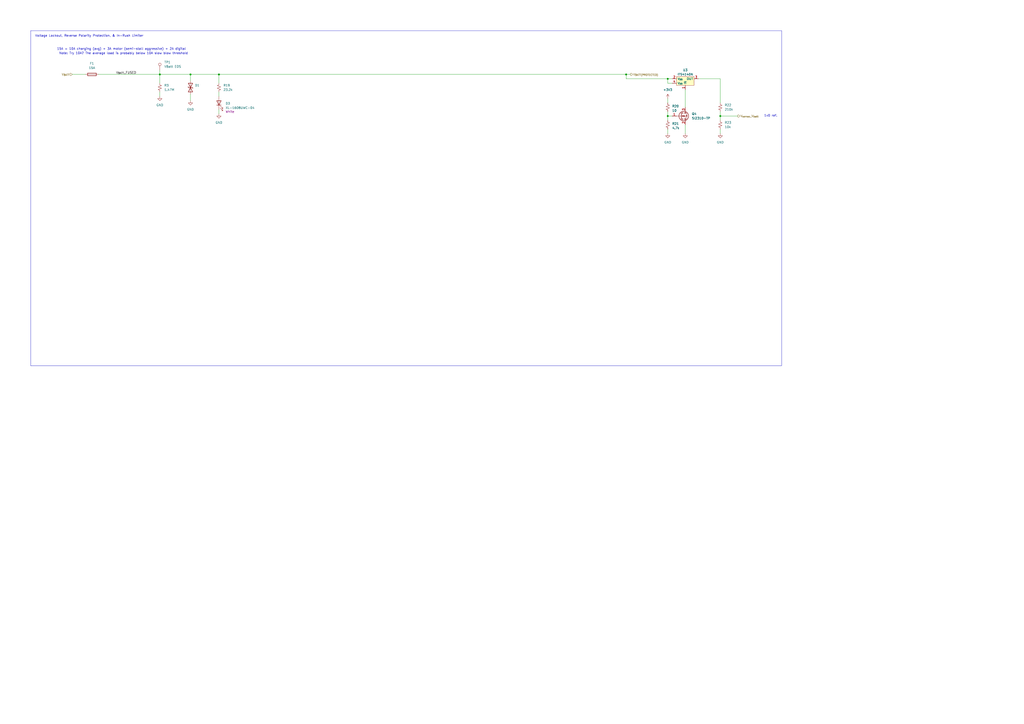
<source format=kicad_sch>
(kicad_sch (version 20231120) (generator "eeschema") (generator_version "8.0")
  (paper "A2")
  (title_block (title "Kicker") (date "2024-06-10") (rev "3.1") (company "The A-Team (RC SSL)") (comment 1 "W. Stuckey"))
  (lib_symbols
    (symbol "AT-PowerIC:ITS4140N"
      (property "Reference" "U" (at 0 3.81 0))
      (property "Value" "ITS4140N" (at -3.81 1.27 0))
      (symbol "ITS4140N_0_1"
        (rectangle (start -5.08 2.54) (end 5.08 -2.54) (fill (type background)))
      )
      (symbol "ITS4140N_1_1"
        (pin input line (at 0 -5.08 90) (length 2.54) (name "IN") (number "1"))
        (pin input line (at -7.62 1.27 0) (length 2.54) (name "V_{bb}") (number "2"))
        (pin input line (at 7.62 1.27 180) (length 2.54) (name "OUT") (number "3"))
        (pin input line (at -7.62 -1.27 0) (length 2.54) (name "V_{bb}") (number "4"))
      )
    )
    (symbol "Connector:TestPoint" (pin_numbers hide) (pin_names (offset 0.762) hide)
      (property "Reference" "TP" (at 0 6.858 0))
      (property "Value" "TestPoint" (at 0 5.08 0))
      (symbol "TestPoint_0_1"
        (circle (center 0 3.302) (radius 0.762))
      )
      (symbol "TestPoint_1_1"
        (pin passive line (at 0 0 90) (length 2.54) (name "1") (number "1"))
      )
    )
    (symbol "Device:D_TVS" (pin_numbers hide) (pin_names (offset 1.016) hide)
      (property "Reference" "D" (at 0 2.54 0))
      (property "Value" "D_TVS" (at 0 -2.54 0))
      (symbol "D_TVS_0_1"
        (polyline (pts (xy 1.27 0) (xy -1.27 0)))
        (polyline (pts (xy 0.508 1.27) (xy 0 1.27) (xy 0 -1.27) (xy -0.508 -1.27)) (stroke (width 0.254)))
        (polyline (pts (xy -2.54 1.27) (xy -2.54 -1.27) (xy 2.54 1.27) (xy 2.54 -1.27) (xy -2.54 1.27)) (stroke (width 0.254)))
      )
      (symbol "D_TVS_1_1"
        (pin passive line (at -3.81 0 0) (length 2.54) (name "A1") (number "1"))
        (pin passive line (at 3.81 0 180) (length 2.54) (name "A2") (number "2"))
      )
    )
    (symbol "Device:Fuse" (pin_numbers hide) (pin_names (offset 0))
      (property "Reference" "F" (at 2.032 0 90))
      (property "Value" "Fuse" (at -1.905 0 90))
      (symbol "Fuse_0_1"
        (rectangle (start -0.762 -2.54) (end 0.762 2.54) (stroke (width 0.254)))
        (polyline (pts (xy 0 2.54) (xy 0 -2.54)))
      )
      (symbol "Fuse_1_1"
        (pin passive line (at 0 3.81 270) (length 1.27) (name "~") (number "1"))
        (pin passive line (at 0 -3.81 90) (length 1.27) (name "~") (number "2"))
      )
    )
    (symbol "Device:LED" (pin_numbers hide) (pin_names (offset 1.016) hide)
      (property "Reference" "D" (at 0 2.54 0))
      (property "Value" "LED" (at 0 -2.54 0))
      (symbol "LED_0_1"
        (polyline (pts (xy -1.27 -1.27) (xy -1.27 1.27)) (stroke (width 0.254)))
        (polyline (pts (xy -1.27 0) (xy 1.27 0)))
        (polyline (pts (xy 1.27 -1.27) (xy 1.27 1.27) (xy -1.27 0) (xy 1.27 -1.27)) (stroke (width 0.254)))
        (polyline (pts (xy -3.048 -0.762) (xy -4.572 -2.286) (xy -3.81 -2.286) (xy -4.572 -2.286) (xy -4.572 -1.524)))
        (polyline (pts (xy -1.778 -0.762) (xy -3.302 -2.286) (xy -2.54 -2.286) (xy -3.302 -2.286) (xy -3.302 -1.524)))
      )
      (symbol "LED_1_1"
        (pin passive line (at -3.81 0 0) (length 2.54) (name "K") (number "1"))
        (pin passive line (at 3.81 0 180) (length 2.54) (name "A") (number "2"))
      )
    )
    (symbol "Device:Q_NMOS_GSD" (pin_names (offset 0) hide)
      (property "Reference" "Q" (at 5.08 1.27 0))
      (property "Value" "Q_NMOS_GSD" (at 5.08 -1.27 0))
      (symbol "Q_NMOS_GSD_0_1"
        (polyline (pts (xy 0.254 0) (xy -2.54 0)))
        (polyline (pts (xy 0.254 1.905) (xy 0.254 -1.905)) (stroke (width 0.254)))
        (polyline (pts (xy 0.762 -1.27) (xy 0.762 -2.286)) (stroke (width 0.254)))
        (polyline (pts (xy 0.762 0.508) (xy 0.762 -0.508)) (stroke (width 0.254)))
        (polyline (pts (xy 0.762 2.286) (xy 0.762 1.27)) (stroke (width 0.254)))
        (polyline (pts (xy 2.54 2.54) (xy 2.54 1.778)))
        (polyline (pts (xy 2.54 -2.54) (xy 2.54 0) (xy 0.762 0)))
        (polyline (pts (xy 0.762 -1.778) (xy 3.302 -1.778) (xy 3.302 1.778) (xy 0.762 1.778)))
        (polyline (pts (xy 1.016 0) (xy 2.032 0.381) (xy 2.032 -0.381) (xy 1.016 0)) (fill (type outline)))
        (polyline (pts (xy 2.794 0.508) (xy 2.921 0.381) (xy 3.683 0.381) (xy 3.81 0.254)))
        (polyline (pts (xy 3.302 0.381) (xy 2.921 -0.254) (xy 3.683 -0.254) (xy 3.302 0.381)))
        (circle (center 1.651 0) (radius 2.794) (stroke (width 0.254)))
        (circle (center 2.54 -1.778) (radius 0.254) (fill (type outline)))
        (circle (center 2.54 1.778) (radius 0.254) (fill (type outline)))
      )
      (symbol "Q_NMOS_GSD_1_1"
        (pin input line (at -5.08 0 0) (length 2.54) (name "G") (number "1"))
        (pin passive line (at 2.54 -5.08 90) (length 2.54) (name "S") (number "2"))
        (pin passive line (at 2.54 5.08 270) (length 2.54) (name "D") (number "3"))
      )
    )
    (symbol "Device:R_Small_US" (pin_numbers hide) (pin_names (offset 0.254) hide)
      (property "Reference" "R" (at 0.762 0.508 0))
      (property "Value" "R_Small_US" (at 0.762 -1.016 0))
      (symbol "R_Small_US_1_1"
        (polyline (pts (xy 0 0) (xy 1.016 -0.381) (xy 0 -0.762) (xy -1.016 -1.143) (xy 0 -1.524)))
        (polyline (pts (xy 0 1.524) (xy 1.016 1.143) (xy 0 0.762) (xy -1.016 0.381) (xy 0 0)))
        (pin passive line (at 0 2.54 270) (length 1.016) (name "~") (number "1"))
        (pin passive line (at 0 -2.54 90) (length 1.016) (name "~") (number "2"))
      )
    )
    (symbol "power:+3V3" (power) (pin_names (offset 0))
      (property "Value" "+3V3" (at 0 3.556 0))
      (symbol "+3V3_0_1"
        (polyline (pts (xy -0.762 1.27) (xy 0 2.54)))
        (polyline (pts (xy 0 0) (xy 0 2.54)))
        (polyline (pts (xy 0 2.54) (xy 0.762 1.27)))
      )
      (symbol "+3V3_1_1"
        (pin power_in line (at 0 0 90) (length 0) hide (name "+3V3") (number "1"))
      )
    )
    (symbol "power:GND" (power) (pin_names (offset 0))
      (property "Value" "GND" (at 0 -3.81 0))
      (symbol "GND_0_1"
        (polyline (pts (xy 0 0) (xy 0 -1.27) (xy 1.27 -1.27) (xy 0 -2.54) (xy -1.27 -1.27) (xy 0 -1.27)))
      )
      (symbol "GND_1_1"
        (pin power_in line (at 0 0 270) (length 0) hide (name "GND") (number "1"))
      )
    )
  )
  (junction (at 110.49 43.18))
  (junction (at 387.35 45.72))
  (junction (at 363.22 43.18))
  (junction (at 127 43.18))
  (junction (at 387.35 67.31))
  (junction (at 92.71 43.18))
  (junction (at 417.83 67.31))
  (wire (pts (xy 417.83 74.93) (xy 417.83 77.47)))
  (polyline (pts (xy 17.78 17.78) (xy 453.39 17.78)) (stroke (width 0) (type solid)))
  (polyline (pts (xy 17.78 212.09) (xy 453.39 212.09)) (stroke (width 0) (type solid)))
  (wire (pts (xy 127 43.18) (xy 127 48.26)))
  (wire (pts (xy 387.35 57.15) (xy 387.35 59.69)))
  (wire (pts (xy 41.91 43.18) (xy 49.53 43.18)))
  (wire (pts (xy 387.35 45.72) (xy 363.22 45.72)))
  (wire (pts (xy 417.83 67.31) (xy 417.83 69.85)))
  (wire (pts (xy 427.99 67.31) (xy 417.83 67.31)))
  (wire (pts (xy 417.83 45.72) (xy 417.83 59.69)))
  (wire (pts (xy 405.13 45.72) (xy 417.83 45.72)))
  (wire (pts (xy 110.49 54.61) (xy 110.49 58.42)))
  (wire (pts (xy 92.71 43.18) (xy 92.71 48.26)))
  (polyline (pts (xy 453.39 212.09) (xy 453.39 17.78)) (stroke (width 0) (type solid)))
  (wire (pts (xy 127 63.5) (xy 127 66.04)))
  (polyline (pts (xy 17.78 17.78) (xy 17.78 212.09)) (stroke (width 0) (type solid)))
  (wire (pts (xy 57.15 43.18) (xy 92.71 43.18)))
  (wire (pts (xy 389.89 67.31) (xy 387.35 67.31)))
  (wire (pts (xy 387.35 45.72) (xy 389.89 45.72)))
  (wire (pts (xy 417.83 64.77) (xy 417.83 67.31)))
  (wire (pts (xy 92.71 40.64) (xy 92.71 43.18)))
  (wire (pts (xy 127 53.34) (xy 127 55.88)))
  (wire (pts (xy 127 43.18) (xy 363.22 43.18)))
  (wire (pts (xy 387.35 64.77) (xy 387.35 67.31)))
  (wire (pts (xy 363.22 43.18) (xy 365.76 43.18)))
  (wire (pts (xy 363.22 45.72) (xy 363.22 43.18)))
  (wire (pts (xy 387.35 74.93) (xy 387.35 77.47)))
  (wire (pts (xy 389.89 48.26) (xy 387.35 48.26)))
  (wire (pts (xy 92.71 53.34) (xy 92.71 55.88)))
  (wire (pts (xy 387.35 67.31) (xy 387.35 69.85)))
  (wire (pts (xy 92.71 43.18) (xy 110.49 43.18)))
  (wire (pts (xy 110.49 43.18) (xy 110.49 46.99)))
  (wire (pts (xy 387.35 45.72) (xy 387.35 48.26)))
  (wire (pts (xy 397.51 52.07) (xy 397.51 62.23)))
  (wire (pts (xy 397.51 72.39) (xy 397.51 77.47)))
  (wire (pts (xy 110.49 43.18) (xy 127 43.18)))
  (text "Voltage Lockout, Reverse Polarity Protection, & In-Rush Limiter" (at 20.32 21.59 0) (effects (font (size 1.27 1.27)) (justify left bottom)))
  (text "15A = 10A charging (avg) + 3A motor (semi-stall aggressive) + 2A digital" (at 33.02 29.21 0) (effects (font (size 1.27 1.27)) (justify left bottom)))
  (text "1v0 ref." (at 443.23 67.945 0) (effects (font (size 1.27 1.27)) (justify left bottom)))
  (text "Note: Try 10A? The average load is probably below 10A slow blow threshold" (at 34.29 31.75 0) (effects (font (size 1.27 1.27)) (justify left bottom)))
  (label "V_{BATT}_FUSED" (at 67.31 43.18 0))
  (hierarchical_label "V_{BATT(PROTECTED)}" (shape output) (at 365.76 43.18 0))
  (hierarchical_label "V_{BATT}" (shape input) (at 41.91 43.18 180))
  (hierarchical_label "V_{sense}_V_{batt}" (shape output) (at 427.99 67.31 0))
  (symbol (lib_id "Device:LED") (at 127 59.69 90) (unit 1)
    (property "Reference" "D3" (at 130.81 60.0074 90) (effects (justify right)))
    (property "Value" "XL-1608UWC-04" (at 130.81 62.5474 90) (effects (justify right)))
    (property "Footprint" "AT-LED:LED0603" (effects (hide yes)))
    (property "Value2" "White" (at 130.81 64.77 90) (effects (justify right)))
    (instances (project "kicker" (path "" (reference "D3") (unit 1))) (project "control" (path "" (reference "D7") (unit 1))))
  )
  (symbol (lib_id "power:GND") (at 387.35 77.47 0) (unit 1)
    (property "Reference" "#PWR026" (effects (hide yes)))
    (property "Value" "GND" (at 387.35 82.55 0))
    (instances (project "kicker" (path "" (reference "#PWR026") (unit 1))) (project "control" (path "" (reference "#PWR010") (unit 1)) (path "" (reference "#PWR099") (unit 1))))
  )
  (symbol (lib_id "power:GND") (at 127 66.04 0) (unit 1)
    (property "Reference" "#PWR024" (effects (hide yes)))
    (property "Value" "GND" (at 127 71.12 0))
    (instances (project "kicker" (path "" (reference "#PWR024") (unit 1))) (project "control" (path "" (reference "#PWR066") (unit 1))))
  )
  (symbol (lib_id "power:GND") (at 417.83 77.47 0) (unit 1)
    (property "Reference" "#PWR028" (effects (hide yes)))
    (property "Value" "GND" (at 417.83 82.55 0))
    (instances (project "kicker" (path "" (reference "#PWR028") (unit 1))) (project "control" (path "" (reference "#PWR037") (unit 1))))
  )
  (symbol (lib_id "Device:R_Small_US") (at 417.83 72.39 0) (unit 1)
    (property "Reference" "R23" (at 420.37 71.12 0) (effects (justify left)))
    (property "Value" "10k" (at 420.37 73.66 0) (effects (justify left)))
    (property "Footprint" "Resistor_SMD:R_0402_1005Metric" (effects (hide yes)))
    (instances (project "kicker" (path "" (reference "R23") (unit 1))) (project "control" (path "" (reference "R32") (unit 1))))
  )
  (symbol (lib_id "Device:Fuse") (at 53.34 43.18 90) (unit 1)
    (property "Reference" "F1" (at 53.34 36.83 90))
    (property "Value" "15A" (at 53.34 39.37 90))
    (property "Footprint" "AT-Fuses:3557-2" (effects (hide yes)))
    (property "Datasheet" "0451015.MRL" (effects (hide yes)))
  )
  (symbol (lib_id "Device:R_Small_US") (at 92.71 50.8 180) (unit 1)
    (property "Reference" "R3" (at 95.25 49.53 0) (effects (justify right)))
    (property "Value" "1.47M" (at 95.25 52.07 0) (effects (justify right)))
    (property "Footprint" "Resistor_SMD:R_0805_2012Metric" (effects (hide yes)))
    (instances (project "kicker" (path "" (reference "R3") (unit 1))) (project "control" (path "" (reference "R34") (unit 1))))
  )
  (symbol (lib_id "power:GND") (at 92.71 55.88 0) (unit 1)
    (property "Reference" "#PWR011" (effects (hide yes)))
    (property "Value" "GND" (at 92.71 60.96 0))
    (instances (project "kicker" (path "" (reference "#PWR011") (unit 1))) (project "control" (path "" (reference "#PWR035") (unit 1))))
  )
  (symbol (lib_id "Device:D_TVS") (at 110.49 50.8 90) (unit 1)
    (property "Reference" "D1" (at 113.03 49.5299 90) (effects (justify right)))
    (property "Value" "824521261" (effects (hide yes)))
    (property "Footprint" "AT-Discrete:D_SMB_Non-Polar" (effects (hide yes)))
    (property "V_{BR}" "V_{BR}=30.4V" (effects (hide yes)))
    (instances (project "kicker" (path "" (reference "D1") (unit 1))) (project "control" (path "" (reference "D2") (unit 1))))
  )
  (symbol (lib_id "power:GND") (at 110.49 58.42 0) (unit 1)
    (property "Reference" "#PWR012" (effects (hide yes)))
    (property "Value" "GND" (at 110.49 63.5 0))
    (instances (project "kicker" (path "" (reference "#PWR012") (unit 1))) (project "control" (path "" (reference "#PWR035") (unit 1))))
  )
  (symbol (lib_id "AT-PowerIC:ITS4140N") (at 397.51 46.99 0) (unit 1)
    (property "Reference" "U3" (at 397.51 40.64 0))
    (property "Value" "ITS4140N" (at 397.51 43.18 0))
    (property "Footprint" "Package_TO_SOT_SMD:SOT-223" (effects (hide yes)))
    (property "Datasheet" "https://www.infineon.com/dgdl/Infineon-ITS4140N-DS-v02_01-en.pdf?fileId=db3a304412b407950112b4298dc34130" (effects (hide yes)))
    (instances (project "kicker" (path "" (reference "U3") (unit 1))) (project "control" (path "" (reference "U1") (unit 1))))
  )
  (symbol (lib_id "Device:R_Small_US") (at 127 50.8 0) (mirror y) (unit 1)
    (property "Reference" "R19" (at 129.54 49.53 0) (effects (justify right)))
    (property "Value" "23.2k" (at 129.54 52.07 0) (effects (justify right)))
    (property "Footprint" "Resistor_SMD:R_0402_1005Metric" (effects (hide yes)))
  )
  (symbol (lib_id "Connector:TestPoint") (at 92.71 40.64 0) (unit 1) (in_bom no)
    (property "Reference" "TP1" (at 95.25 36.068 0) (effects (justify left)))
    (property "Value" "VBatt EOS" (at 95.25 38.608 0) (effects (justify left)))
    (property "Footprint" "TestPoint:TestPoint_Pad_D1.0mm" (effects (hide yes)))
  )
  (symbol (lib_id "Device:R_Small_US") (at 387.35 62.23 180) (unit 1)
    (property "Reference" "R20" (at 389.89 61.595 0) (effects (justify right)))
    (property "Value" "10" (at 389.89 64.135 0) (effects (justify right)))
    (property "Footprint" "Resistor_SMD:R_0402_1005Metric" (effects (hide yes)))
    (instances (project "kicker" (path "" (reference "R20") (unit 1))) (project "control" (path "" (reference "R2") (unit 1)) (path "" (reference "R10") (unit 1))))
  )
  (symbol (lib_id "Device:Q_NMOS_GSD") (at 394.97 67.31 0) (unit 1)
    (property "Reference" "Q4" (at 401.32 66.0399 0) (effects (justify left)))
    (property "Value" "SI2310-TP" (at 401.32 68.5799 0) (effects (justify left)))
    (property "Footprint" "Package_TO_SOT_SMD:SOT-23" (effects (hide yes)))
    (instances (project "kicker" (path "" (reference "Q4") (unit 1))) (project "control" (path "" (reference "Q1") (unit 1)) (path "" (reference "Q3") (unit 1))))
  )
  (symbol (lib_id "Device:R_Small_US") (at 387.35 72.39 0) (unit 1)
    (property "Reference" "R21" (at 389.89 71.755 0) (effects (justify left)))
    (property "Value" "4.7k" (at 389.89 74.295 0) (effects (justify left)))
    (property "Footprint" "Resistor_SMD:R_0402_1005Metric" (effects (hide yes)))
    (instances (project "kicker" (path "" (reference "R21") (unit 1))) (project "control" (path "" (reference "R3") (unit 1)) (path "" (reference "R57") (unit 1))))
  )
  (symbol (lib_id "power:+3V3") (at 387.35 57.15 0) (unit 1)
    (property "Reference" "#PWR025" (effects (hide yes)))
    (property "Value" "+3V3" (at 387.35 52.07 0))
  )
  (symbol (lib_id "Device:R_Small_US") (at 417.83 62.23 0) (unit 1)
    (property "Reference" "R22" (at 420.37 60.96 0) (effects (justify left)))
    (property "Value" "210k" (at 420.37 63.5 0) (effects (justify left)))
    (property "Footprint" "Resistor_SMD:R_0402_1005Metric" (effects (hide yes)))
    (instances (project "kicker" (path "" (reference "R22") (unit 1))) (project "control" (path "" (reference "R31") (unit 1))))
  )
  (symbol (lib_id "power:GND") (at 397.51 77.47 0) (unit 1)
    (property "Reference" "#PWR027" (effects (hide yes)))
    (property "Value" "GND" (at 397.51 82.55 0))
    (instances (project "kicker" (path "" (reference "#PWR027") (unit 1))) (project "control" (path "" (reference "#PWR011") (unit 1)) (path "" (reference "#PWR099") (unit 1))))
  )
)
</source>
